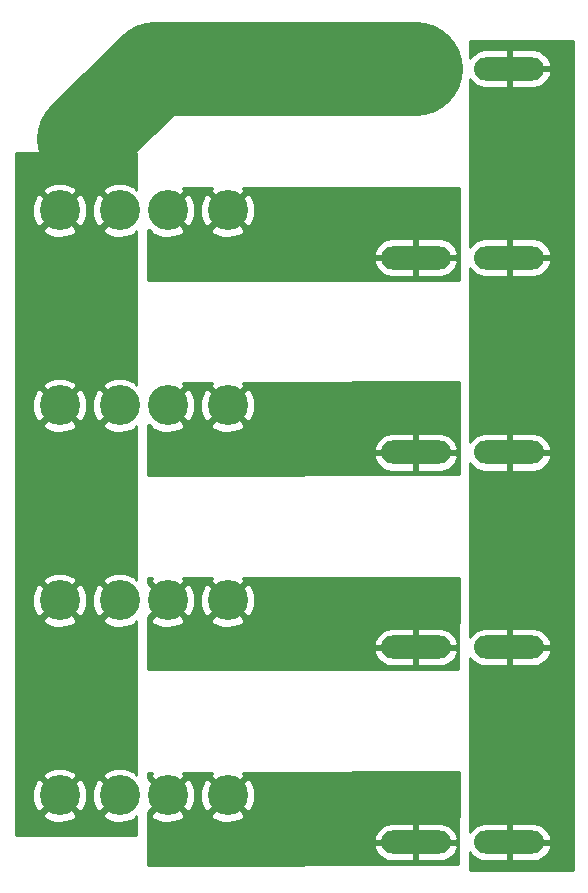
<source format=gbr>
G04 #@! TF.GenerationSoftware,KiCad,Pcbnew,5.1.5-52549c5~84~ubuntu18.04.1*
G04 #@! TF.CreationDate,2020-02-24T22:59:15-07:00*
G04 #@! TF.ProjectId,anderson_fuse_board,616e6465-7273-46f6-9e5f-667573655f62,rev?*
G04 #@! TF.SameCoordinates,Original*
G04 #@! TF.FileFunction,Copper,L2,Bot*
G04 #@! TF.FilePolarity,Positive*
%FSLAX46Y46*%
G04 Gerber Fmt 4.6, Leading zero omitted, Abs format (unit mm)*
G04 Created by KiCad (PCBNEW 5.1.5-52549c5~84~ubuntu18.04.1) date 2020-02-24 22:59:15*
%MOMM*%
%LPD*%
G04 APERTURE LIST*
%ADD10O,5.930000X1.970000*%
%ADD11C,3.400000*%
%ADD12C,8.000000*%
%ADD13C,0.254000*%
G04 APERTURE END LIST*
D10*
X115950000Y-138500000D03*
X108050000Y-138500000D03*
X115950000Y-122000000D03*
X108050000Y-122000000D03*
X115950000Y-105500000D03*
X108050000Y-105500000D03*
X115950000Y-89000000D03*
X108050000Y-89000000D03*
X115950000Y-73000000D03*
X108050000Y-73000000D03*
D11*
X92110000Y-134530000D03*
X77890000Y-134530000D03*
X87030000Y-134530000D03*
X82970000Y-134530000D03*
X92110000Y-118020000D03*
X77890000Y-118020000D03*
X87030000Y-118020000D03*
X82970000Y-118020000D03*
X92110000Y-101510000D03*
X77890000Y-101510000D03*
X87030000Y-101510000D03*
X82970000Y-101510000D03*
X92110000Y-85000000D03*
X77890000Y-85000000D03*
X87030000Y-85000000D03*
X82970000Y-85000000D03*
D12*
X108050000Y-73000000D02*
X86000000Y-73000000D01*
X86000000Y-73000000D02*
X80000000Y-79000000D01*
D13*
G36*
X84373000Y-83270021D02*
G01*
X84244352Y-83029940D01*
X83835526Y-82819180D01*
X83393438Y-82692228D01*
X82935078Y-82653963D01*
X82478060Y-82705854D01*
X82039947Y-82845908D01*
X81695648Y-83029940D01*
X81515582Y-83365977D01*
X82970000Y-84820395D01*
X82984143Y-84806253D01*
X83163748Y-84985858D01*
X83149605Y-85000000D01*
X83163748Y-85014143D01*
X82984143Y-85193748D01*
X82970000Y-85179605D01*
X81515582Y-86634023D01*
X81695648Y-86970060D01*
X82104474Y-87180820D01*
X82546562Y-87307772D01*
X83004922Y-87346037D01*
X83461940Y-87294146D01*
X83900053Y-87154092D01*
X84244352Y-86970060D01*
X84373000Y-86729979D01*
X84373000Y-99780021D01*
X84244352Y-99539940D01*
X83835526Y-99329180D01*
X83393438Y-99202228D01*
X82935078Y-99163963D01*
X82478060Y-99215854D01*
X82039947Y-99355908D01*
X81695648Y-99539940D01*
X81515582Y-99875977D01*
X82970000Y-101330395D01*
X82984143Y-101316253D01*
X83163748Y-101495858D01*
X83149605Y-101510000D01*
X83163748Y-101524143D01*
X82984143Y-101703748D01*
X82970000Y-101689605D01*
X81515582Y-103144023D01*
X81695648Y-103480060D01*
X82104474Y-103690820D01*
X82546562Y-103817772D01*
X83004922Y-103856037D01*
X83461940Y-103804146D01*
X83900053Y-103664092D01*
X84244352Y-103480060D01*
X84373000Y-103239979D01*
X84373000Y-116290021D01*
X84244352Y-116049940D01*
X83835526Y-115839180D01*
X83393438Y-115712228D01*
X82935078Y-115673963D01*
X82478060Y-115725854D01*
X82039947Y-115865908D01*
X81695648Y-116049940D01*
X81515582Y-116385977D01*
X82970000Y-117840395D01*
X82984143Y-117826253D01*
X83163748Y-118005858D01*
X83149605Y-118020000D01*
X83163748Y-118034143D01*
X82984143Y-118213748D01*
X82970000Y-118199605D01*
X81515582Y-119654023D01*
X81695648Y-119990060D01*
X82104474Y-120200820D01*
X82546562Y-120327772D01*
X83004922Y-120366037D01*
X83461940Y-120314146D01*
X83900053Y-120174092D01*
X84244352Y-119990060D01*
X84373000Y-119749979D01*
X84373000Y-132800021D01*
X84244352Y-132559940D01*
X83835526Y-132349180D01*
X83393438Y-132222228D01*
X82935078Y-132183963D01*
X82478060Y-132235854D01*
X82039947Y-132375908D01*
X81695648Y-132559940D01*
X81515582Y-132895977D01*
X82970000Y-134350395D01*
X82984143Y-134336253D01*
X83163748Y-134515858D01*
X83149605Y-134530000D01*
X83163748Y-134544143D01*
X82984143Y-134723748D01*
X82970000Y-134709605D01*
X81515582Y-136164023D01*
X81695648Y-136500060D01*
X82104474Y-136710820D01*
X82546562Y-136837772D01*
X83004922Y-136876037D01*
X83461940Y-136824146D01*
X83900053Y-136684092D01*
X84244352Y-136500060D01*
X84373000Y-136259979D01*
X84373000Y-137873000D01*
X74160000Y-137873000D01*
X74160000Y-136164023D01*
X76435582Y-136164023D01*
X76615648Y-136500060D01*
X77024474Y-136710820D01*
X77466562Y-136837772D01*
X77924922Y-136876037D01*
X78381940Y-136824146D01*
X78820053Y-136684092D01*
X79164352Y-136500060D01*
X79344418Y-136164023D01*
X77890000Y-134709605D01*
X76435582Y-136164023D01*
X74160000Y-136164023D01*
X74160000Y-134564922D01*
X75543963Y-134564922D01*
X75595854Y-135021940D01*
X75735908Y-135460053D01*
X75919940Y-135804352D01*
X76255977Y-135984418D01*
X77710395Y-134530000D01*
X78069605Y-134530000D01*
X79524023Y-135984418D01*
X79860060Y-135804352D01*
X80070820Y-135395526D01*
X80197772Y-134953438D01*
X80230206Y-134564922D01*
X80623963Y-134564922D01*
X80675854Y-135021940D01*
X80815908Y-135460053D01*
X80999940Y-135804352D01*
X81335977Y-135984418D01*
X82790395Y-134530000D01*
X81335977Y-133075582D01*
X80999940Y-133255648D01*
X80789180Y-133664474D01*
X80662228Y-134106562D01*
X80623963Y-134564922D01*
X80230206Y-134564922D01*
X80236037Y-134495078D01*
X80184146Y-134038060D01*
X80044092Y-133599947D01*
X79860060Y-133255648D01*
X79524023Y-133075582D01*
X78069605Y-134530000D01*
X77710395Y-134530000D01*
X76255977Y-133075582D01*
X75919940Y-133255648D01*
X75709180Y-133664474D01*
X75582228Y-134106562D01*
X75543963Y-134564922D01*
X74160000Y-134564922D01*
X74160000Y-132895977D01*
X76435582Y-132895977D01*
X77890000Y-134350395D01*
X79344418Y-132895977D01*
X79164352Y-132559940D01*
X78755526Y-132349180D01*
X78313438Y-132222228D01*
X77855078Y-132183963D01*
X77398060Y-132235854D01*
X76959947Y-132375908D01*
X76615648Y-132559940D01*
X76435582Y-132895977D01*
X74160000Y-132895977D01*
X74160000Y-119654023D01*
X76435582Y-119654023D01*
X76615648Y-119990060D01*
X77024474Y-120200820D01*
X77466562Y-120327772D01*
X77924922Y-120366037D01*
X78381940Y-120314146D01*
X78820053Y-120174092D01*
X79164352Y-119990060D01*
X79344418Y-119654023D01*
X77890000Y-118199605D01*
X76435582Y-119654023D01*
X74160000Y-119654023D01*
X74160000Y-118054922D01*
X75543963Y-118054922D01*
X75595854Y-118511940D01*
X75735908Y-118950053D01*
X75919940Y-119294352D01*
X76255977Y-119474418D01*
X77710395Y-118020000D01*
X78069605Y-118020000D01*
X79524023Y-119474418D01*
X79860060Y-119294352D01*
X80070820Y-118885526D01*
X80197772Y-118443438D01*
X80230206Y-118054922D01*
X80623963Y-118054922D01*
X80675854Y-118511940D01*
X80815908Y-118950053D01*
X80999940Y-119294352D01*
X81335977Y-119474418D01*
X82790395Y-118020000D01*
X81335977Y-116565582D01*
X80999940Y-116745648D01*
X80789180Y-117154474D01*
X80662228Y-117596562D01*
X80623963Y-118054922D01*
X80230206Y-118054922D01*
X80236037Y-117985078D01*
X80184146Y-117528060D01*
X80044092Y-117089947D01*
X79860060Y-116745648D01*
X79524023Y-116565582D01*
X78069605Y-118020000D01*
X77710395Y-118020000D01*
X76255977Y-116565582D01*
X75919940Y-116745648D01*
X75709180Y-117154474D01*
X75582228Y-117596562D01*
X75543963Y-118054922D01*
X74160000Y-118054922D01*
X74160000Y-116385977D01*
X76435582Y-116385977D01*
X77890000Y-117840395D01*
X79344418Y-116385977D01*
X79164352Y-116049940D01*
X78755526Y-115839180D01*
X78313438Y-115712228D01*
X77855078Y-115673963D01*
X77398060Y-115725854D01*
X76959947Y-115865908D01*
X76615648Y-116049940D01*
X76435582Y-116385977D01*
X74160000Y-116385977D01*
X74160000Y-103144023D01*
X76435582Y-103144023D01*
X76615648Y-103480060D01*
X77024474Y-103690820D01*
X77466562Y-103817772D01*
X77924922Y-103856037D01*
X78381940Y-103804146D01*
X78820053Y-103664092D01*
X79164352Y-103480060D01*
X79344418Y-103144023D01*
X77890000Y-101689605D01*
X76435582Y-103144023D01*
X74160000Y-103144023D01*
X74160000Y-101544922D01*
X75543963Y-101544922D01*
X75595854Y-102001940D01*
X75735908Y-102440053D01*
X75919940Y-102784352D01*
X76255977Y-102964418D01*
X77710395Y-101510000D01*
X78069605Y-101510000D01*
X79524023Y-102964418D01*
X79860060Y-102784352D01*
X80070820Y-102375526D01*
X80197772Y-101933438D01*
X80230206Y-101544922D01*
X80623963Y-101544922D01*
X80675854Y-102001940D01*
X80815908Y-102440053D01*
X80999940Y-102784352D01*
X81335977Y-102964418D01*
X82790395Y-101510000D01*
X81335977Y-100055582D01*
X80999940Y-100235648D01*
X80789180Y-100644474D01*
X80662228Y-101086562D01*
X80623963Y-101544922D01*
X80230206Y-101544922D01*
X80236037Y-101475078D01*
X80184146Y-101018060D01*
X80044092Y-100579947D01*
X79860060Y-100235648D01*
X79524023Y-100055582D01*
X78069605Y-101510000D01*
X77710395Y-101510000D01*
X76255977Y-100055582D01*
X75919940Y-100235648D01*
X75709180Y-100644474D01*
X75582228Y-101086562D01*
X75543963Y-101544922D01*
X74160000Y-101544922D01*
X74160000Y-99875977D01*
X76435582Y-99875977D01*
X77890000Y-101330395D01*
X79344418Y-99875977D01*
X79164352Y-99539940D01*
X78755526Y-99329180D01*
X78313438Y-99202228D01*
X77855078Y-99163963D01*
X77398060Y-99215854D01*
X76959947Y-99355908D01*
X76615648Y-99539940D01*
X76435582Y-99875977D01*
X74160000Y-99875977D01*
X74160000Y-86634023D01*
X76435582Y-86634023D01*
X76615648Y-86970060D01*
X77024474Y-87180820D01*
X77466562Y-87307772D01*
X77924922Y-87346037D01*
X78381940Y-87294146D01*
X78820053Y-87154092D01*
X79164352Y-86970060D01*
X79344418Y-86634023D01*
X77890000Y-85179605D01*
X76435582Y-86634023D01*
X74160000Y-86634023D01*
X74160000Y-85034922D01*
X75543963Y-85034922D01*
X75595854Y-85491940D01*
X75735908Y-85930053D01*
X75919940Y-86274352D01*
X76255977Y-86454418D01*
X77710395Y-85000000D01*
X78069605Y-85000000D01*
X79524023Y-86454418D01*
X79860060Y-86274352D01*
X80070820Y-85865526D01*
X80197772Y-85423438D01*
X80230206Y-85034922D01*
X80623963Y-85034922D01*
X80675854Y-85491940D01*
X80815908Y-85930053D01*
X80999940Y-86274352D01*
X81335977Y-86454418D01*
X82790395Y-85000000D01*
X81335977Y-83545582D01*
X80999940Y-83725648D01*
X80789180Y-84134474D01*
X80662228Y-84576562D01*
X80623963Y-85034922D01*
X80230206Y-85034922D01*
X80236037Y-84965078D01*
X80184146Y-84508060D01*
X80044092Y-84069947D01*
X79860060Y-83725648D01*
X79524023Y-83545582D01*
X78069605Y-85000000D01*
X77710395Y-85000000D01*
X76255977Y-83545582D01*
X75919940Y-83725648D01*
X75709180Y-84134474D01*
X75582228Y-84576562D01*
X75543963Y-85034922D01*
X74160000Y-85034922D01*
X74160000Y-83365977D01*
X76435582Y-83365977D01*
X77890000Y-84820395D01*
X79344418Y-83365977D01*
X79164352Y-83029940D01*
X78755526Y-82819180D01*
X78313438Y-82692228D01*
X77855078Y-82653963D01*
X77398060Y-82705854D01*
X76959947Y-82845908D01*
X76615648Y-83029940D01*
X76435582Y-83365977D01*
X74160000Y-83365977D01*
X74160000Y-80127000D01*
X84373000Y-80127000D01*
X84373000Y-83270021D01*
G37*
X84373000Y-83270021D02*
X84244352Y-83029940D01*
X83835526Y-82819180D01*
X83393438Y-82692228D01*
X82935078Y-82653963D01*
X82478060Y-82705854D01*
X82039947Y-82845908D01*
X81695648Y-83029940D01*
X81515582Y-83365977D01*
X82970000Y-84820395D01*
X82984143Y-84806253D01*
X83163748Y-84985858D01*
X83149605Y-85000000D01*
X83163748Y-85014143D01*
X82984143Y-85193748D01*
X82970000Y-85179605D01*
X81515582Y-86634023D01*
X81695648Y-86970060D01*
X82104474Y-87180820D01*
X82546562Y-87307772D01*
X83004922Y-87346037D01*
X83461940Y-87294146D01*
X83900053Y-87154092D01*
X84244352Y-86970060D01*
X84373000Y-86729979D01*
X84373000Y-99780021D01*
X84244352Y-99539940D01*
X83835526Y-99329180D01*
X83393438Y-99202228D01*
X82935078Y-99163963D01*
X82478060Y-99215854D01*
X82039947Y-99355908D01*
X81695648Y-99539940D01*
X81515582Y-99875977D01*
X82970000Y-101330395D01*
X82984143Y-101316253D01*
X83163748Y-101495858D01*
X83149605Y-101510000D01*
X83163748Y-101524143D01*
X82984143Y-101703748D01*
X82970000Y-101689605D01*
X81515582Y-103144023D01*
X81695648Y-103480060D01*
X82104474Y-103690820D01*
X82546562Y-103817772D01*
X83004922Y-103856037D01*
X83461940Y-103804146D01*
X83900053Y-103664092D01*
X84244352Y-103480060D01*
X84373000Y-103239979D01*
X84373000Y-116290021D01*
X84244352Y-116049940D01*
X83835526Y-115839180D01*
X83393438Y-115712228D01*
X82935078Y-115673963D01*
X82478060Y-115725854D01*
X82039947Y-115865908D01*
X81695648Y-116049940D01*
X81515582Y-116385977D01*
X82970000Y-117840395D01*
X82984143Y-117826253D01*
X83163748Y-118005858D01*
X83149605Y-118020000D01*
X83163748Y-118034143D01*
X82984143Y-118213748D01*
X82970000Y-118199605D01*
X81515582Y-119654023D01*
X81695648Y-119990060D01*
X82104474Y-120200820D01*
X82546562Y-120327772D01*
X83004922Y-120366037D01*
X83461940Y-120314146D01*
X83900053Y-120174092D01*
X84244352Y-119990060D01*
X84373000Y-119749979D01*
X84373000Y-132800021D01*
X84244352Y-132559940D01*
X83835526Y-132349180D01*
X83393438Y-132222228D01*
X82935078Y-132183963D01*
X82478060Y-132235854D01*
X82039947Y-132375908D01*
X81695648Y-132559940D01*
X81515582Y-132895977D01*
X82970000Y-134350395D01*
X82984143Y-134336253D01*
X83163748Y-134515858D01*
X83149605Y-134530000D01*
X83163748Y-134544143D01*
X82984143Y-134723748D01*
X82970000Y-134709605D01*
X81515582Y-136164023D01*
X81695648Y-136500060D01*
X82104474Y-136710820D01*
X82546562Y-136837772D01*
X83004922Y-136876037D01*
X83461940Y-136824146D01*
X83900053Y-136684092D01*
X84244352Y-136500060D01*
X84373000Y-136259979D01*
X84373000Y-137873000D01*
X74160000Y-137873000D01*
X74160000Y-136164023D01*
X76435582Y-136164023D01*
X76615648Y-136500060D01*
X77024474Y-136710820D01*
X77466562Y-136837772D01*
X77924922Y-136876037D01*
X78381940Y-136824146D01*
X78820053Y-136684092D01*
X79164352Y-136500060D01*
X79344418Y-136164023D01*
X77890000Y-134709605D01*
X76435582Y-136164023D01*
X74160000Y-136164023D01*
X74160000Y-134564922D01*
X75543963Y-134564922D01*
X75595854Y-135021940D01*
X75735908Y-135460053D01*
X75919940Y-135804352D01*
X76255977Y-135984418D01*
X77710395Y-134530000D01*
X78069605Y-134530000D01*
X79524023Y-135984418D01*
X79860060Y-135804352D01*
X80070820Y-135395526D01*
X80197772Y-134953438D01*
X80230206Y-134564922D01*
X80623963Y-134564922D01*
X80675854Y-135021940D01*
X80815908Y-135460053D01*
X80999940Y-135804352D01*
X81335977Y-135984418D01*
X82790395Y-134530000D01*
X81335977Y-133075582D01*
X80999940Y-133255648D01*
X80789180Y-133664474D01*
X80662228Y-134106562D01*
X80623963Y-134564922D01*
X80230206Y-134564922D01*
X80236037Y-134495078D01*
X80184146Y-134038060D01*
X80044092Y-133599947D01*
X79860060Y-133255648D01*
X79524023Y-133075582D01*
X78069605Y-134530000D01*
X77710395Y-134530000D01*
X76255977Y-133075582D01*
X75919940Y-133255648D01*
X75709180Y-133664474D01*
X75582228Y-134106562D01*
X75543963Y-134564922D01*
X74160000Y-134564922D01*
X74160000Y-132895977D01*
X76435582Y-132895977D01*
X77890000Y-134350395D01*
X79344418Y-132895977D01*
X79164352Y-132559940D01*
X78755526Y-132349180D01*
X78313438Y-132222228D01*
X77855078Y-132183963D01*
X77398060Y-132235854D01*
X76959947Y-132375908D01*
X76615648Y-132559940D01*
X76435582Y-132895977D01*
X74160000Y-132895977D01*
X74160000Y-119654023D01*
X76435582Y-119654023D01*
X76615648Y-119990060D01*
X77024474Y-120200820D01*
X77466562Y-120327772D01*
X77924922Y-120366037D01*
X78381940Y-120314146D01*
X78820053Y-120174092D01*
X79164352Y-119990060D01*
X79344418Y-119654023D01*
X77890000Y-118199605D01*
X76435582Y-119654023D01*
X74160000Y-119654023D01*
X74160000Y-118054922D01*
X75543963Y-118054922D01*
X75595854Y-118511940D01*
X75735908Y-118950053D01*
X75919940Y-119294352D01*
X76255977Y-119474418D01*
X77710395Y-118020000D01*
X78069605Y-118020000D01*
X79524023Y-119474418D01*
X79860060Y-119294352D01*
X80070820Y-118885526D01*
X80197772Y-118443438D01*
X80230206Y-118054922D01*
X80623963Y-118054922D01*
X80675854Y-118511940D01*
X80815908Y-118950053D01*
X80999940Y-119294352D01*
X81335977Y-119474418D01*
X82790395Y-118020000D01*
X81335977Y-116565582D01*
X80999940Y-116745648D01*
X80789180Y-117154474D01*
X80662228Y-117596562D01*
X80623963Y-118054922D01*
X80230206Y-118054922D01*
X80236037Y-117985078D01*
X80184146Y-117528060D01*
X80044092Y-117089947D01*
X79860060Y-116745648D01*
X79524023Y-116565582D01*
X78069605Y-118020000D01*
X77710395Y-118020000D01*
X76255977Y-116565582D01*
X75919940Y-116745648D01*
X75709180Y-117154474D01*
X75582228Y-117596562D01*
X75543963Y-118054922D01*
X74160000Y-118054922D01*
X74160000Y-116385977D01*
X76435582Y-116385977D01*
X77890000Y-117840395D01*
X79344418Y-116385977D01*
X79164352Y-116049940D01*
X78755526Y-115839180D01*
X78313438Y-115712228D01*
X77855078Y-115673963D01*
X77398060Y-115725854D01*
X76959947Y-115865908D01*
X76615648Y-116049940D01*
X76435582Y-116385977D01*
X74160000Y-116385977D01*
X74160000Y-103144023D01*
X76435582Y-103144023D01*
X76615648Y-103480060D01*
X77024474Y-103690820D01*
X77466562Y-103817772D01*
X77924922Y-103856037D01*
X78381940Y-103804146D01*
X78820053Y-103664092D01*
X79164352Y-103480060D01*
X79344418Y-103144023D01*
X77890000Y-101689605D01*
X76435582Y-103144023D01*
X74160000Y-103144023D01*
X74160000Y-101544922D01*
X75543963Y-101544922D01*
X75595854Y-102001940D01*
X75735908Y-102440053D01*
X75919940Y-102784352D01*
X76255977Y-102964418D01*
X77710395Y-101510000D01*
X78069605Y-101510000D01*
X79524023Y-102964418D01*
X79860060Y-102784352D01*
X80070820Y-102375526D01*
X80197772Y-101933438D01*
X80230206Y-101544922D01*
X80623963Y-101544922D01*
X80675854Y-102001940D01*
X80815908Y-102440053D01*
X80999940Y-102784352D01*
X81335977Y-102964418D01*
X82790395Y-101510000D01*
X81335977Y-100055582D01*
X80999940Y-100235648D01*
X80789180Y-100644474D01*
X80662228Y-101086562D01*
X80623963Y-101544922D01*
X80230206Y-101544922D01*
X80236037Y-101475078D01*
X80184146Y-101018060D01*
X80044092Y-100579947D01*
X79860060Y-100235648D01*
X79524023Y-100055582D01*
X78069605Y-101510000D01*
X77710395Y-101510000D01*
X76255977Y-100055582D01*
X75919940Y-100235648D01*
X75709180Y-100644474D01*
X75582228Y-101086562D01*
X75543963Y-101544922D01*
X74160000Y-101544922D01*
X74160000Y-99875977D01*
X76435582Y-99875977D01*
X77890000Y-101330395D01*
X79344418Y-99875977D01*
X79164352Y-99539940D01*
X78755526Y-99329180D01*
X78313438Y-99202228D01*
X77855078Y-99163963D01*
X77398060Y-99215854D01*
X76959947Y-99355908D01*
X76615648Y-99539940D01*
X76435582Y-99875977D01*
X74160000Y-99875977D01*
X74160000Y-86634023D01*
X76435582Y-86634023D01*
X76615648Y-86970060D01*
X77024474Y-87180820D01*
X77466562Y-87307772D01*
X77924922Y-87346037D01*
X78381940Y-87294146D01*
X78820053Y-87154092D01*
X79164352Y-86970060D01*
X79344418Y-86634023D01*
X77890000Y-85179605D01*
X76435582Y-86634023D01*
X74160000Y-86634023D01*
X74160000Y-85034922D01*
X75543963Y-85034922D01*
X75595854Y-85491940D01*
X75735908Y-85930053D01*
X75919940Y-86274352D01*
X76255977Y-86454418D01*
X77710395Y-85000000D01*
X78069605Y-85000000D01*
X79524023Y-86454418D01*
X79860060Y-86274352D01*
X80070820Y-85865526D01*
X80197772Y-85423438D01*
X80230206Y-85034922D01*
X80623963Y-85034922D01*
X80675854Y-85491940D01*
X80815908Y-85930053D01*
X80999940Y-86274352D01*
X81335977Y-86454418D01*
X82790395Y-85000000D01*
X81335977Y-83545582D01*
X80999940Y-83725648D01*
X80789180Y-84134474D01*
X80662228Y-84576562D01*
X80623963Y-85034922D01*
X80230206Y-85034922D01*
X80236037Y-84965078D01*
X80184146Y-84508060D01*
X80044092Y-84069947D01*
X79860060Y-83725648D01*
X79524023Y-83545582D01*
X78069605Y-85000000D01*
X77710395Y-85000000D01*
X76255977Y-83545582D01*
X75919940Y-83725648D01*
X75709180Y-84134474D01*
X75582228Y-84576562D01*
X75543963Y-85034922D01*
X74160000Y-85034922D01*
X74160000Y-83365977D01*
X76435582Y-83365977D01*
X77890000Y-84820395D01*
X79344418Y-83365977D01*
X79164352Y-83029940D01*
X78755526Y-82819180D01*
X78313438Y-82692228D01*
X77855078Y-82653963D01*
X77398060Y-82705854D01*
X76959947Y-82845908D01*
X76615648Y-83029940D01*
X76435582Y-83365977D01*
X74160000Y-83365977D01*
X74160000Y-80127000D01*
X84373000Y-80127000D01*
X84373000Y-83270021D01*
G36*
X90655582Y-83365977D02*
G01*
X92110000Y-84820395D01*
X93564418Y-83365977D01*
X93436362Y-83127000D01*
X111673000Y-83127000D01*
X111673000Y-90873000D01*
X85377000Y-90873000D01*
X85377000Y-89378080D01*
X104494737Y-89378080D01*
X104524714Y-89502614D01*
X104652461Y-89794427D01*
X104834684Y-90055710D01*
X105064379Y-90276423D01*
X105332720Y-90448084D01*
X105629394Y-90564096D01*
X105943000Y-90620000D01*
X107923000Y-90620000D01*
X107923000Y-89127000D01*
X108177000Y-89127000D01*
X108177000Y-90620000D01*
X110157000Y-90620000D01*
X110470606Y-90564096D01*
X110767280Y-90448084D01*
X111035621Y-90276423D01*
X111265316Y-90055710D01*
X111447539Y-89794427D01*
X111575286Y-89502614D01*
X111605263Y-89378080D01*
X111485721Y-89127000D01*
X108177000Y-89127000D01*
X107923000Y-89127000D01*
X104614279Y-89127000D01*
X104494737Y-89378080D01*
X85377000Y-89378080D01*
X85377000Y-88621920D01*
X104494737Y-88621920D01*
X104614279Y-88873000D01*
X107923000Y-88873000D01*
X107923000Y-87380000D01*
X108177000Y-87380000D01*
X108177000Y-88873000D01*
X111485721Y-88873000D01*
X111605263Y-88621920D01*
X111575286Y-88497386D01*
X111447539Y-88205573D01*
X111265316Y-87944290D01*
X111035621Y-87723577D01*
X110767280Y-87551916D01*
X110470606Y-87435904D01*
X110157000Y-87380000D01*
X108177000Y-87380000D01*
X107923000Y-87380000D01*
X105943000Y-87380000D01*
X105629394Y-87435904D01*
X105332720Y-87551916D01*
X105064379Y-87723577D01*
X104834684Y-87944290D01*
X104652461Y-88205573D01*
X104524714Y-88497386D01*
X104494737Y-88621920D01*
X85377000Y-88621920D01*
X85377000Y-86664298D01*
X85461155Y-86748453D01*
X85575583Y-86634025D01*
X85755648Y-86970060D01*
X86164474Y-87180820D01*
X86606562Y-87307772D01*
X87064922Y-87346037D01*
X87521940Y-87294146D01*
X87960053Y-87154092D01*
X88304352Y-86970060D01*
X88484418Y-86634023D01*
X90655582Y-86634023D01*
X90835648Y-86970060D01*
X91244474Y-87180820D01*
X91686562Y-87307772D01*
X92144922Y-87346037D01*
X92601940Y-87294146D01*
X93040053Y-87154092D01*
X93384352Y-86970060D01*
X93564418Y-86634023D01*
X92110000Y-85179605D01*
X90655582Y-86634023D01*
X88484418Y-86634023D01*
X87030000Y-85179605D01*
X87015858Y-85193748D01*
X86836253Y-85014143D01*
X86850395Y-85000000D01*
X87209605Y-85000000D01*
X88664023Y-86454418D01*
X89000060Y-86274352D01*
X89210820Y-85865526D01*
X89337772Y-85423438D01*
X89370206Y-85034922D01*
X89763963Y-85034922D01*
X89815854Y-85491940D01*
X89955908Y-85930053D01*
X90139940Y-86274352D01*
X90475977Y-86454418D01*
X91930395Y-85000000D01*
X92289605Y-85000000D01*
X93744023Y-86454418D01*
X94080060Y-86274352D01*
X94290820Y-85865526D01*
X94417772Y-85423438D01*
X94456037Y-84965078D01*
X94404146Y-84508060D01*
X94264092Y-84069947D01*
X94080060Y-83725648D01*
X93744023Y-83545582D01*
X92289605Y-85000000D01*
X91930395Y-85000000D01*
X90475977Y-83545582D01*
X90139940Y-83725648D01*
X89929180Y-84134474D01*
X89802228Y-84576562D01*
X89763963Y-85034922D01*
X89370206Y-85034922D01*
X89376037Y-84965078D01*
X89324146Y-84508060D01*
X89184092Y-84069947D01*
X89000060Y-83725648D01*
X88664023Y-83545582D01*
X87209605Y-85000000D01*
X86850395Y-85000000D01*
X86836253Y-84985858D01*
X87015858Y-84806253D01*
X87030000Y-84820395D01*
X88484418Y-83365977D01*
X88356362Y-83127000D01*
X90783638Y-83127000D01*
X90655582Y-83365977D01*
G37*
X90655582Y-83365977D02*
X92110000Y-84820395D01*
X93564418Y-83365977D01*
X93436362Y-83127000D01*
X111673000Y-83127000D01*
X111673000Y-90873000D01*
X85377000Y-90873000D01*
X85377000Y-89378080D01*
X104494737Y-89378080D01*
X104524714Y-89502614D01*
X104652461Y-89794427D01*
X104834684Y-90055710D01*
X105064379Y-90276423D01*
X105332720Y-90448084D01*
X105629394Y-90564096D01*
X105943000Y-90620000D01*
X107923000Y-90620000D01*
X107923000Y-89127000D01*
X108177000Y-89127000D01*
X108177000Y-90620000D01*
X110157000Y-90620000D01*
X110470606Y-90564096D01*
X110767280Y-90448084D01*
X111035621Y-90276423D01*
X111265316Y-90055710D01*
X111447539Y-89794427D01*
X111575286Y-89502614D01*
X111605263Y-89378080D01*
X111485721Y-89127000D01*
X108177000Y-89127000D01*
X107923000Y-89127000D01*
X104614279Y-89127000D01*
X104494737Y-89378080D01*
X85377000Y-89378080D01*
X85377000Y-88621920D01*
X104494737Y-88621920D01*
X104614279Y-88873000D01*
X107923000Y-88873000D01*
X107923000Y-87380000D01*
X108177000Y-87380000D01*
X108177000Y-88873000D01*
X111485721Y-88873000D01*
X111605263Y-88621920D01*
X111575286Y-88497386D01*
X111447539Y-88205573D01*
X111265316Y-87944290D01*
X111035621Y-87723577D01*
X110767280Y-87551916D01*
X110470606Y-87435904D01*
X110157000Y-87380000D01*
X108177000Y-87380000D01*
X107923000Y-87380000D01*
X105943000Y-87380000D01*
X105629394Y-87435904D01*
X105332720Y-87551916D01*
X105064379Y-87723577D01*
X104834684Y-87944290D01*
X104652461Y-88205573D01*
X104524714Y-88497386D01*
X104494737Y-88621920D01*
X85377000Y-88621920D01*
X85377000Y-86664298D01*
X85461155Y-86748453D01*
X85575583Y-86634025D01*
X85755648Y-86970060D01*
X86164474Y-87180820D01*
X86606562Y-87307772D01*
X87064922Y-87346037D01*
X87521940Y-87294146D01*
X87960053Y-87154092D01*
X88304352Y-86970060D01*
X88484418Y-86634023D01*
X90655582Y-86634023D01*
X90835648Y-86970060D01*
X91244474Y-87180820D01*
X91686562Y-87307772D01*
X92144922Y-87346037D01*
X92601940Y-87294146D01*
X93040053Y-87154092D01*
X93384352Y-86970060D01*
X93564418Y-86634023D01*
X92110000Y-85179605D01*
X90655582Y-86634023D01*
X88484418Y-86634023D01*
X87030000Y-85179605D01*
X87015858Y-85193748D01*
X86836253Y-85014143D01*
X86850395Y-85000000D01*
X87209605Y-85000000D01*
X88664023Y-86454418D01*
X89000060Y-86274352D01*
X89210820Y-85865526D01*
X89337772Y-85423438D01*
X89370206Y-85034922D01*
X89763963Y-85034922D01*
X89815854Y-85491940D01*
X89955908Y-85930053D01*
X90139940Y-86274352D01*
X90475977Y-86454418D01*
X91930395Y-85000000D01*
X92289605Y-85000000D01*
X93744023Y-86454418D01*
X94080060Y-86274352D01*
X94290820Y-85865526D01*
X94417772Y-85423438D01*
X94456037Y-84965078D01*
X94404146Y-84508060D01*
X94264092Y-84069947D01*
X94080060Y-83725648D01*
X93744023Y-83545582D01*
X92289605Y-85000000D01*
X91930395Y-85000000D01*
X90475977Y-83545582D01*
X90139940Y-83725648D01*
X89929180Y-84134474D01*
X89802228Y-84576562D01*
X89763963Y-85034922D01*
X89370206Y-85034922D01*
X89376037Y-84965078D01*
X89324146Y-84508060D01*
X89184092Y-84069947D01*
X89000060Y-83725648D01*
X88664023Y-83545582D01*
X87209605Y-85000000D01*
X86850395Y-85000000D01*
X86836253Y-84985858D01*
X87015858Y-84806253D01*
X87030000Y-84820395D01*
X88484418Y-83365977D01*
X88356362Y-83127000D01*
X90783638Y-83127000D01*
X90655582Y-83365977D01*
G36*
X121340000Y-140873000D02*
G01*
X112602045Y-140873000D01*
X112602579Y-139366290D01*
X112734684Y-139555710D01*
X112964379Y-139776423D01*
X113232720Y-139948084D01*
X113529394Y-140064096D01*
X113843000Y-140120000D01*
X115823000Y-140120000D01*
X115823000Y-138627000D01*
X116077000Y-138627000D01*
X116077000Y-140120000D01*
X118057000Y-140120000D01*
X118370606Y-140064096D01*
X118667280Y-139948084D01*
X118935621Y-139776423D01*
X119165316Y-139555710D01*
X119347539Y-139294427D01*
X119475286Y-139002614D01*
X119505263Y-138878080D01*
X119385721Y-138627000D01*
X116077000Y-138627000D01*
X115823000Y-138627000D01*
X115803000Y-138627000D01*
X115803000Y-138373000D01*
X115823000Y-138373000D01*
X115823000Y-136880000D01*
X116077000Y-136880000D01*
X116077000Y-138373000D01*
X119385721Y-138373000D01*
X119505263Y-138121920D01*
X119475286Y-137997386D01*
X119347539Y-137705573D01*
X119165316Y-137444290D01*
X118935621Y-137223577D01*
X118667280Y-137051916D01*
X118370606Y-136935904D01*
X118057000Y-136880000D01*
X116077000Y-136880000D01*
X115823000Y-136880000D01*
X113843000Y-136880000D01*
X113529394Y-136935904D01*
X113232720Y-137051916D01*
X112964379Y-137223577D01*
X112734684Y-137444290D01*
X112603194Y-137632829D01*
X112608427Y-122874675D01*
X112734684Y-123055710D01*
X112964379Y-123276423D01*
X113232720Y-123448084D01*
X113529394Y-123564096D01*
X113843000Y-123620000D01*
X115823000Y-123620000D01*
X115823000Y-122127000D01*
X116077000Y-122127000D01*
X116077000Y-123620000D01*
X118057000Y-123620000D01*
X118370606Y-123564096D01*
X118667280Y-123448084D01*
X118935621Y-123276423D01*
X119165316Y-123055710D01*
X119347539Y-122794427D01*
X119475286Y-122502614D01*
X119505263Y-122378080D01*
X119385721Y-122127000D01*
X116077000Y-122127000D01*
X115823000Y-122127000D01*
X115803000Y-122127000D01*
X115803000Y-121873000D01*
X115823000Y-121873000D01*
X115823000Y-120380000D01*
X116077000Y-120380000D01*
X116077000Y-121873000D01*
X119385721Y-121873000D01*
X119505263Y-121621920D01*
X119475286Y-121497386D01*
X119347539Y-121205573D01*
X119165316Y-120944290D01*
X118935621Y-120723577D01*
X118667280Y-120551916D01*
X118370606Y-120435904D01*
X118057000Y-120380000D01*
X116077000Y-120380000D01*
X115823000Y-120380000D01*
X113843000Y-120380000D01*
X113529394Y-120435904D01*
X113232720Y-120551916D01*
X112964379Y-120723577D01*
X112734684Y-120944290D01*
X112609048Y-121124435D01*
X112614276Y-106383061D01*
X112734684Y-106555710D01*
X112964379Y-106776423D01*
X113232720Y-106948084D01*
X113529394Y-107064096D01*
X113843000Y-107120000D01*
X115823000Y-107120000D01*
X115823000Y-105627000D01*
X116077000Y-105627000D01*
X116077000Y-107120000D01*
X118057000Y-107120000D01*
X118370606Y-107064096D01*
X118667280Y-106948084D01*
X118935621Y-106776423D01*
X119165316Y-106555710D01*
X119347539Y-106294427D01*
X119475286Y-106002614D01*
X119505263Y-105878080D01*
X119385721Y-105627000D01*
X116077000Y-105627000D01*
X115823000Y-105627000D01*
X115803000Y-105627000D01*
X115803000Y-105373000D01*
X115823000Y-105373000D01*
X115823000Y-103880000D01*
X116077000Y-103880000D01*
X116077000Y-105373000D01*
X119385721Y-105373000D01*
X119505263Y-105121920D01*
X119475286Y-104997386D01*
X119347539Y-104705573D01*
X119165316Y-104444290D01*
X118935621Y-104223577D01*
X118667280Y-104051916D01*
X118370606Y-103935904D01*
X118057000Y-103880000D01*
X116077000Y-103880000D01*
X115823000Y-103880000D01*
X113843000Y-103880000D01*
X113529394Y-103935904D01*
X113232720Y-104051916D01*
X112964379Y-104223577D01*
X112734684Y-104444290D01*
X112614902Y-104616041D01*
X112620124Y-89891446D01*
X112734684Y-90055710D01*
X112964379Y-90276423D01*
X113232720Y-90448084D01*
X113529394Y-90564096D01*
X113843000Y-90620000D01*
X115823000Y-90620000D01*
X115823000Y-89127000D01*
X116077000Y-89127000D01*
X116077000Y-90620000D01*
X118057000Y-90620000D01*
X118370606Y-90564096D01*
X118667280Y-90448084D01*
X118935621Y-90276423D01*
X119165316Y-90055710D01*
X119347539Y-89794427D01*
X119475286Y-89502614D01*
X119505263Y-89378080D01*
X119385721Y-89127000D01*
X116077000Y-89127000D01*
X115823000Y-89127000D01*
X115803000Y-89127000D01*
X115803000Y-88873000D01*
X115823000Y-88873000D01*
X115823000Y-87380000D01*
X116077000Y-87380000D01*
X116077000Y-88873000D01*
X119385721Y-88873000D01*
X119505263Y-88621920D01*
X119475286Y-88497386D01*
X119347539Y-88205573D01*
X119165316Y-87944290D01*
X118935621Y-87723577D01*
X118667280Y-87551916D01*
X118370606Y-87435904D01*
X118057000Y-87380000D01*
X116077000Y-87380000D01*
X115823000Y-87380000D01*
X113843000Y-87380000D01*
X113529394Y-87435904D01*
X113232720Y-87551916D01*
X112964379Y-87723577D01*
X112734684Y-87944290D01*
X112620756Y-88107647D01*
X112625795Y-73899577D01*
X112734684Y-74055710D01*
X112964379Y-74276423D01*
X113232720Y-74448084D01*
X113529394Y-74564096D01*
X113843000Y-74620000D01*
X115823000Y-74620000D01*
X115823000Y-73127000D01*
X116077000Y-73127000D01*
X116077000Y-74620000D01*
X118057000Y-74620000D01*
X118370606Y-74564096D01*
X118667280Y-74448084D01*
X118935621Y-74276423D01*
X119165316Y-74055710D01*
X119347539Y-73794427D01*
X119475286Y-73502614D01*
X119505263Y-73378080D01*
X119385721Y-73127000D01*
X116077000Y-73127000D01*
X115823000Y-73127000D01*
X115803000Y-73127000D01*
X115803000Y-72873000D01*
X115823000Y-72873000D01*
X115823000Y-71380000D01*
X116077000Y-71380000D01*
X116077000Y-72873000D01*
X119385721Y-72873000D01*
X119505263Y-72621920D01*
X119475286Y-72497386D01*
X119347539Y-72205573D01*
X119165316Y-71944290D01*
X118935621Y-71723577D01*
X118667280Y-71551916D01*
X118370606Y-71435904D01*
X118057000Y-71380000D01*
X116077000Y-71380000D01*
X115823000Y-71380000D01*
X113843000Y-71380000D01*
X113529394Y-71435904D01*
X113232720Y-71551916D01*
X112964379Y-71723577D01*
X112734684Y-71944290D01*
X112626433Y-72099508D01*
X112626955Y-70627000D01*
X121340001Y-70627000D01*
X121340000Y-140873000D01*
G37*
X121340000Y-140873000D02*
X112602045Y-140873000D01*
X112602579Y-139366290D01*
X112734684Y-139555710D01*
X112964379Y-139776423D01*
X113232720Y-139948084D01*
X113529394Y-140064096D01*
X113843000Y-140120000D01*
X115823000Y-140120000D01*
X115823000Y-138627000D01*
X116077000Y-138627000D01*
X116077000Y-140120000D01*
X118057000Y-140120000D01*
X118370606Y-140064096D01*
X118667280Y-139948084D01*
X118935621Y-139776423D01*
X119165316Y-139555710D01*
X119347539Y-139294427D01*
X119475286Y-139002614D01*
X119505263Y-138878080D01*
X119385721Y-138627000D01*
X116077000Y-138627000D01*
X115823000Y-138627000D01*
X115803000Y-138627000D01*
X115803000Y-138373000D01*
X115823000Y-138373000D01*
X115823000Y-136880000D01*
X116077000Y-136880000D01*
X116077000Y-138373000D01*
X119385721Y-138373000D01*
X119505263Y-138121920D01*
X119475286Y-137997386D01*
X119347539Y-137705573D01*
X119165316Y-137444290D01*
X118935621Y-137223577D01*
X118667280Y-137051916D01*
X118370606Y-136935904D01*
X118057000Y-136880000D01*
X116077000Y-136880000D01*
X115823000Y-136880000D01*
X113843000Y-136880000D01*
X113529394Y-136935904D01*
X113232720Y-137051916D01*
X112964379Y-137223577D01*
X112734684Y-137444290D01*
X112603194Y-137632829D01*
X112608427Y-122874675D01*
X112734684Y-123055710D01*
X112964379Y-123276423D01*
X113232720Y-123448084D01*
X113529394Y-123564096D01*
X113843000Y-123620000D01*
X115823000Y-123620000D01*
X115823000Y-122127000D01*
X116077000Y-122127000D01*
X116077000Y-123620000D01*
X118057000Y-123620000D01*
X118370606Y-123564096D01*
X118667280Y-123448084D01*
X118935621Y-123276423D01*
X119165316Y-123055710D01*
X119347539Y-122794427D01*
X119475286Y-122502614D01*
X119505263Y-122378080D01*
X119385721Y-122127000D01*
X116077000Y-122127000D01*
X115823000Y-122127000D01*
X115803000Y-122127000D01*
X115803000Y-121873000D01*
X115823000Y-121873000D01*
X115823000Y-120380000D01*
X116077000Y-120380000D01*
X116077000Y-121873000D01*
X119385721Y-121873000D01*
X119505263Y-121621920D01*
X119475286Y-121497386D01*
X119347539Y-121205573D01*
X119165316Y-120944290D01*
X118935621Y-120723577D01*
X118667280Y-120551916D01*
X118370606Y-120435904D01*
X118057000Y-120380000D01*
X116077000Y-120380000D01*
X115823000Y-120380000D01*
X113843000Y-120380000D01*
X113529394Y-120435904D01*
X113232720Y-120551916D01*
X112964379Y-120723577D01*
X112734684Y-120944290D01*
X112609048Y-121124435D01*
X112614276Y-106383061D01*
X112734684Y-106555710D01*
X112964379Y-106776423D01*
X113232720Y-106948084D01*
X113529394Y-107064096D01*
X113843000Y-107120000D01*
X115823000Y-107120000D01*
X115823000Y-105627000D01*
X116077000Y-105627000D01*
X116077000Y-107120000D01*
X118057000Y-107120000D01*
X118370606Y-107064096D01*
X118667280Y-106948084D01*
X118935621Y-106776423D01*
X119165316Y-106555710D01*
X119347539Y-106294427D01*
X119475286Y-106002614D01*
X119505263Y-105878080D01*
X119385721Y-105627000D01*
X116077000Y-105627000D01*
X115823000Y-105627000D01*
X115803000Y-105627000D01*
X115803000Y-105373000D01*
X115823000Y-105373000D01*
X115823000Y-103880000D01*
X116077000Y-103880000D01*
X116077000Y-105373000D01*
X119385721Y-105373000D01*
X119505263Y-105121920D01*
X119475286Y-104997386D01*
X119347539Y-104705573D01*
X119165316Y-104444290D01*
X118935621Y-104223577D01*
X118667280Y-104051916D01*
X118370606Y-103935904D01*
X118057000Y-103880000D01*
X116077000Y-103880000D01*
X115823000Y-103880000D01*
X113843000Y-103880000D01*
X113529394Y-103935904D01*
X113232720Y-104051916D01*
X112964379Y-104223577D01*
X112734684Y-104444290D01*
X112614902Y-104616041D01*
X112620124Y-89891446D01*
X112734684Y-90055710D01*
X112964379Y-90276423D01*
X113232720Y-90448084D01*
X113529394Y-90564096D01*
X113843000Y-90620000D01*
X115823000Y-90620000D01*
X115823000Y-89127000D01*
X116077000Y-89127000D01*
X116077000Y-90620000D01*
X118057000Y-90620000D01*
X118370606Y-90564096D01*
X118667280Y-90448084D01*
X118935621Y-90276423D01*
X119165316Y-90055710D01*
X119347539Y-89794427D01*
X119475286Y-89502614D01*
X119505263Y-89378080D01*
X119385721Y-89127000D01*
X116077000Y-89127000D01*
X115823000Y-89127000D01*
X115803000Y-89127000D01*
X115803000Y-88873000D01*
X115823000Y-88873000D01*
X115823000Y-87380000D01*
X116077000Y-87380000D01*
X116077000Y-88873000D01*
X119385721Y-88873000D01*
X119505263Y-88621920D01*
X119475286Y-88497386D01*
X119347539Y-88205573D01*
X119165316Y-87944290D01*
X118935621Y-87723577D01*
X118667280Y-87551916D01*
X118370606Y-87435904D01*
X118057000Y-87380000D01*
X116077000Y-87380000D01*
X115823000Y-87380000D01*
X113843000Y-87380000D01*
X113529394Y-87435904D01*
X113232720Y-87551916D01*
X112964379Y-87723577D01*
X112734684Y-87944290D01*
X112620756Y-88107647D01*
X112625795Y-73899577D01*
X112734684Y-74055710D01*
X112964379Y-74276423D01*
X113232720Y-74448084D01*
X113529394Y-74564096D01*
X113843000Y-74620000D01*
X115823000Y-74620000D01*
X115823000Y-73127000D01*
X116077000Y-73127000D01*
X116077000Y-74620000D01*
X118057000Y-74620000D01*
X118370606Y-74564096D01*
X118667280Y-74448084D01*
X118935621Y-74276423D01*
X119165316Y-74055710D01*
X119347539Y-73794427D01*
X119475286Y-73502614D01*
X119505263Y-73378080D01*
X119385721Y-73127000D01*
X116077000Y-73127000D01*
X115823000Y-73127000D01*
X115803000Y-73127000D01*
X115803000Y-72873000D01*
X115823000Y-72873000D01*
X115823000Y-71380000D01*
X116077000Y-71380000D01*
X116077000Y-72873000D01*
X119385721Y-72873000D01*
X119505263Y-72621920D01*
X119475286Y-72497386D01*
X119347539Y-72205573D01*
X119165316Y-71944290D01*
X118935621Y-71723577D01*
X118667280Y-71551916D01*
X118370606Y-71435904D01*
X118057000Y-71380000D01*
X116077000Y-71380000D01*
X115823000Y-71380000D01*
X113843000Y-71380000D01*
X113529394Y-71435904D01*
X113232720Y-71551916D01*
X112964379Y-71723577D01*
X112734684Y-71944290D01*
X112626433Y-72099508D01*
X112626955Y-70627000D01*
X121340001Y-70627000D01*
X121340000Y-140873000D01*
G36*
X111673000Y-107348239D02*
G01*
X85377000Y-107397760D01*
X85377000Y-105878080D01*
X104494737Y-105878080D01*
X104524714Y-106002614D01*
X104652461Y-106294427D01*
X104834684Y-106555710D01*
X105064379Y-106776423D01*
X105332720Y-106948084D01*
X105629394Y-107064096D01*
X105943000Y-107120000D01*
X107923000Y-107120000D01*
X107923000Y-105627000D01*
X108177000Y-105627000D01*
X108177000Y-107120000D01*
X110157000Y-107120000D01*
X110470606Y-107064096D01*
X110767280Y-106948084D01*
X111035621Y-106776423D01*
X111265316Y-106555710D01*
X111447539Y-106294427D01*
X111575286Y-106002614D01*
X111605263Y-105878080D01*
X111485721Y-105627000D01*
X108177000Y-105627000D01*
X107923000Y-105627000D01*
X104614279Y-105627000D01*
X104494737Y-105878080D01*
X85377000Y-105878080D01*
X85377000Y-105121920D01*
X104494737Y-105121920D01*
X104614279Y-105373000D01*
X107923000Y-105373000D01*
X107923000Y-103880000D01*
X108177000Y-103880000D01*
X108177000Y-105373000D01*
X111485721Y-105373000D01*
X111605263Y-105121920D01*
X111575286Y-104997386D01*
X111447539Y-104705573D01*
X111265316Y-104444290D01*
X111035621Y-104223577D01*
X110767280Y-104051916D01*
X110470606Y-103935904D01*
X110157000Y-103880000D01*
X108177000Y-103880000D01*
X107923000Y-103880000D01*
X105943000Y-103880000D01*
X105629394Y-103935904D01*
X105332720Y-104051916D01*
X105064379Y-104223577D01*
X104834684Y-104444290D01*
X104652461Y-104705573D01*
X104524714Y-104997386D01*
X104494737Y-105121920D01*
X85377000Y-105121920D01*
X85377000Y-103174298D01*
X85461155Y-103258453D01*
X85575583Y-103144025D01*
X85755648Y-103480060D01*
X86164474Y-103690820D01*
X86606562Y-103817772D01*
X87064922Y-103856037D01*
X87521940Y-103804146D01*
X87960053Y-103664092D01*
X88304352Y-103480060D01*
X88484418Y-103144023D01*
X90655582Y-103144023D01*
X90835648Y-103480060D01*
X91244474Y-103690820D01*
X91686562Y-103817772D01*
X92144922Y-103856037D01*
X92601940Y-103804146D01*
X93040053Y-103664092D01*
X93384352Y-103480060D01*
X93564418Y-103144023D01*
X92110000Y-101689605D01*
X90655582Y-103144023D01*
X88484418Y-103144023D01*
X87030000Y-101689605D01*
X87015858Y-101703748D01*
X86836253Y-101524143D01*
X86850395Y-101510000D01*
X87209605Y-101510000D01*
X88664023Y-102964418D01*
X89000060Y-102784352D01*
X89210820Y-102375526D01*
X89337772Y-101933438D01*
X89370206Y-101544922D01*
X89763963Y-101544922D01*
X89815854Y-102001940D01*
X89955908Y-102440053D01*
X90139940Y-102784352D01*
X90475977Y-102964418D01*
X91930395Y-101510000D01*
X92289605Y-101510000D01*
X93744023Y-102964418D01*
X94080060Y-102784352D01*
X94290820Y-102375526D01*
X94417772Y-101933438D01*
X94456037Y-101475078D01*
X94404146Y-101018060D01*
X94264092Y-100579947D01*
X94080060Y-100235648D01*
X93744023Y-100055582D01*
X92289605Y-101510000D01*
X91930395Y-101510000D01*
X90475977Y-100055582D01*
X90139940Y-100235648D01*
X89929180Y-100644474D01*
X89802228Y-101086562D01*
X89763963Y-101544922D01*
X89370206Y-101544922D01*
X89376037Y-101475078D01*
X89324146Y-101018060D01*
X89184092Y-100579947D01*
X89000060Y-100235648D01*
X88664023Y-100055582D01*
X87209605Y-101510000D01*
X86850395Y-101510000D01*
X86836253Y-101495858D01*
X87015858Y-101316253D01*
X87030000Y-101330395D01*
X88484418Y-99875977D01*
X88347877Y-99621166D01*
X90794592Y-99616559D01*
X90655582Y-99875977D01*
X92110000Y-101330395D01*
X93564418Y-99875977D01*
X93422756Y-99611609D01*
X111673000Y-99577240D01*
X111673000Y-107348239D01*
G37*
X111673000Y-107348239D02*
X85377000Y-107397760D01*
X85377000Y-105878080D01*
X104494737Y-105878080D01*
X104524714Y-106002614D01*
X104652461Y-106294427D01*
X104834684Y-106555710D01*
X105064379Y-106776423D01*
X105332720Y-106948084D01*
X105629394Y-107064096D01*
X105943000Y-107120000D01*
X107923000Y-107120000D01*
X107923000Y-105627000D01*
X108177000Y-105627000D01*
X108177000Y-107120000D01*
X110157000Y-107120000D01*
X110470606Y-107064096D01*
X110767280Y-106948084D01*
X111035621Y-106776423D01*
X111265316Y-106555710D01*
X111447539Y-106294427D01*
X111575286Y-106002614D01*
X111605263Y-105878080D01*
X111485721Y-105627000D01*
X108177000Y-105627000D01*
X107923000Y-105627000D01*
X104614279Y-105627000D01*
X104494737Y-105878080D01*
X85377000Y-105878080D01*
X85377000Y-105121920D01*
X104494737Y-105121920D01*
X104614279Y-105373000D01*
X107923000Y-105373000D01*
X107923000Y-103880000D01*
X108177000Y-103880000D01*
X108177000Y-105373000D01*
X111485721Y-105373000D01*
X111605263Y-105121920D01*
X111575286Y-104997386D01*
X111447539Y-104705573D01*
X111265316Y-104444290D01*
X111035621Y-104223577D01*
X110767280Y-104051916D01*
X110470606Y-103935904D01*
X110157000Y-103880000D01*
X108177000Y-103880000D01*
X107923000Y-103880000D01*
X105943000Y-103880000D01*
X105629394Y-103935904D01*
X105332720Y-104051916D01*
X105064379Y-104223577D01*
X104834684Y-104444290D01*
X104652461Y-104705573D01*
X104524714Y-104997386D01*
X104494737Y-105121920D01*
X85377000Y-105121920D01*
X85377000Y-103174298D01*
X85461155Y-103258453D01*
X85575583Y-103144025D01*
X85755648Y-103480060D01*
X86164474Y-103690820D01*
X86606562Y-103817772D01*
X87064922Y-103856037D01*
X87521940Y-103804146D01*
X87960053Y-103664092D01*
X88304352Y-103480060D01*
X88484418Y-103144023D01*
X90655582Y-103144023D01*
X90835648Y-103480060D01*
X91244474Y-103690820D01*
X91686562Y-103817772D01*
X92144922Y-103856037D01*
X92601940Y-103804146D01*
X93040053Y-103664092D01*
X93384352Y-103480060D01*
X93564418Y-103144023D01*
X92110000Y-101689605D01*
X90655582Y-103144023D01*
X88484418Y-103144023D01*
X87030000Y-101689605D01*
X87015858Y-101703748D01*
X86836253Y-101524143D01*
X86850395Y-101510000D01*
X87209605Y-101510000D01*
X88664023Y-102964418D01*
X89000060Y-102784352D01*
X89210820Y-102375526D01*
X89337772Y-101933438D01*
X89370206Y-101544922D01*
X89763963Y-101544922D01*
X89815854Y-102001940D01*
X89955908Y-102440053D01*
X90139940Y-102784352D01*
X90475977Y-102964418D01*
X91930395Y-101510000D01*
X92289605Y-101510000D01*
X93744023Y-102964418D01*
X94080060Y-102784352D01*
X94290820Y-102375526D01*
X94417772Y-101933438D01*
X94456037Y-101475078D01*
X94404146Y-101018060D01*
X94264092Y-100579947D01*
X94080060Y-100235648D01*
X93744023Y-100055582D01*
X92289605Y-101510000D01*
X91930395Y-101510000D01*
X90475977Y-100055582D01*
X90139940Y-100235648D01*
X89929180Y-100644474D01*
X89802228Y-101086562D01*
X89763963Y-101544922D01*
X89370206Y-101544922D01*
X89376037Y-101475078D01*
X89324146Y-101018060D01*
X89184092Y-100579947D01*
X89000060Y-100235648D01*
X88664023Y-100055582D01*
X87209605Y-101510000D01*
X86850395Y-101510000D01*
X86836253Y-101495858D01*
X87015858Y-101316253D01*
X87030000Y-101330395D01*
X88484418Y-99875977D01*
X88347877Y-99621166D01*
X90794592Y-99616559D01*
X90655582Y-99875977D01*
X92110000Y-101330395D01*
X93564418Y-99875977D01*
X93422756Y-99611609D01*
X111673000Y-99577240D01*
X111673000Y-107348239D01*
G36*
X85575582Y-116385977D02*
G01*
X87030000Y-117840395D01*
X88484418Y-116385977D01*
X88345645Y-116127000D01*
X90794355Y-116127000D01*
X90655582Y-116385977D01*
X92110000Y-117840395D01*
X93564418Y-116385977D01*
X93425645Y-116127000D01*
X111672665Y-116127000D01*
X111652301Y-123873000D01*
X85348367Y-123873000D01*
X85352296Y-122378080D01*
X104494737Y-122378080D01*
X104524714Y-122502614D01*
X104652461Y-122794427D01*
X104834684Y-123055710D01*
X105064379Y-123276423D01*
X105332720Y-123448084D01*
X105629394Y-123564096D01*
X105943000Y-123620000D01*
X107923000Y-123620000D01*
X107923000Y-122127000D01*
X108177000Y-122127000D01*
X108177000Y-123620000D01*
X110157000Y-123620000D01*
X110470606Y-123564096D01*
X110767280Y-123448084D01*
X111035621Y-123276423D01*
X111265316Y-123055710D01*
X111447539Y-122794427D01*
X111575286Y-122502614D01*
X111605263Y-122378080D01*
X111485721Y-122127000D01*
X108177000Y-122127000D01*
X107923000Y-122127000D01*
X104614279Y-122127000D01*
X104494737Y-122378080D01*
X85352296Y-122378080D01*
X85354284Y-121621920D01*
X104494737Y-121621920D01*
X104614279Y-121873000D01*
X107923000Y-121873000D01*
X107923000Y-120380000D01*
X108177000Y-120380000D01*
X108177000Y-121873000D01*
X111485721Y-121873000D01*
X111605263Y-121621920D01*
X111575286Y-121497386D01*
X111447539Y-121205573D01*
X111265316Y-120944290D01*
X111035621Y-120723577D01*
X110767280Y-120551916D01*
X110470606Y-120435904D01*
X110157000Y-120380000D01*
X108177000Y-120380000D01*
X107923000Y-120380000D01*
X105943000Y-120380000D01*
X105629394Y-120435904D01*
X105332720Y-120551916D01*
X105064379Y-120723577D01*
X104834684Y-120944290D01*
X104652461Y-121205573D01*
X104524714Y-121497386D01*
X104494737Y-121621920D01*
X85354284Y-121621920D01*
X85359458Y-119654023D01*
X85575582Y-119654023D01*
X85755648Y-119990060D01*
X86164474Y-120200820D01*
X86606562Y-120327772D01*
X87064922Y-120366037D01*
X87521940Y-120314146D01*
X87960053Y-120174092D01*
X88304352Y-119990060D01*
X88484418Y-119654023D01*
X90655582Y-119654023D01*
X90835648Y-119990060D01*
X91244474Y-120200820D01*
X91686562Y-120327772D01*
X92144922Y-120366037D01*
X92601940Y-120314146D01*
X93040053Y-120174092D01*
X93384352Y-119990060D01*
X93564418Y-119654023D01*
X92110000Y-118199605D01*
X90655582Y-119654023D01*
X88484418Y-119654023D01*
X87030000Y-118199605D01*
X85575582Y-119654023D01*
X85359458Y-119654023D01*
X85359981Y-119455130D01*
X85395977Y-119474418D01*
X86850395Y-118020000D01*
X87209605Y-118020000D01*
X88664023Y-119474418D01*
X89000060Y-119294352D01*
X89210820Y-118885526D01*
X89337772Y-118443438D01*
X89370206Y-118054922D01*
X89763963Y-118054922D01*
X89815854Y-118511940D01*
X89955908Y-118950053D01*
X90139940Y-119294352D01*
X90475977Y-119474418D01*
X91930395Y-118020000D01*
X92289605Y-118020000D01*
X93744023Y-119474418D01*
X94080060Y-119294352D01*
X94290820Y-118885526D01*
X94417772Y-118443438D01*
X94456037Y-117985078D01*
X94404146Y-117528060D01*
X94264092Y-117089947D01*
X94080060Y-116745648D01*
X93744023Y-116565582D01*
X92289605Y-118020000D01*
X91930395Y-118020000D01*
X90475977Y-116565582D01*
X90139940Y-116745648D01*
X89929180Y-117154474D01*
X89802228Y-117596562D01*
X89763963Y-118054922D01*
X89370206Y-118054922D01*
X89376037Y-117985078D01*
X89324146Y-117528060D01*
X89184092Y-117089947D01*
X89000060Y-116745648D01*
X88664023Y-116565582D01*
X87209605Y-118020000D01*
X86850395Y-118020000D01*
X85395977Y-116565582D01*
X85367538Y-116580821D01*
X85368731Y-116127000D01*
X85714355Y-116127000D01*
X85575582Y-116385977D01*
G37*
X85575582Y-116385977D02*
X87030000Y-117840395D01*
X88484418Y-116385977D01*
X88345645Y-116127000D01*
X90794355Y-116127000D01*
X90655582Y-116385977D01*
X92110000Y-117840395D01*
X93564418Y-116385977D01*
X93425645Y-116127000D01*
X111672665Y-116127000D01*
X111652301Y-123873000D01*
X85348367Y-123873000D01*
X85352296Y-122378080D01*
X104494737Y-122378080D01*
X104524714Y-122502614D01*
X104652461Y-122794427D01*
X104834684Y-123055710D01*
X105064379Y-123276423D01*
X105332720Y-123448084D01*
X105629394Y-123564096D01*
X105943000Y-123620000D01*
X107923000Y-123620000D01*
X107923000Y-122127000D01*
X108177000Y-122127000D01*
X108177000Y-123620000D01*
X110157000Y-123620000D01*
X110470606Y-123564096D01*
X110767280Y-123448084D01*
X111035621Y-123276423D01*
X111265316Y-123055710D01*
X111447539Y-122794427D01*
X111575286Y-122502614D01*
X111605263Y-122378080D01*
X111485721Y-122127000D01*
X108177000Y-122127000D01*
X107923000Y-122127000D01*
X104614279Y-122127000D01*
X104494737Y-122378080D01*
X85352296Y-122378080D01*
X85354284Y-121621920D01*
X104494737Y-121621920D01*
X104614279Y-121873000D01*
X107923000Y-121873000D01*
X107923000Y-120380000D01*
X108177000Y-120380000D01*
X108177000Y-121873000D01*
X111485721Y-121873000D01*
X111605263Y-121621920D01*
X111575286Y-121497386D01*
X111447539Y-121205573D01*
X111265316Y-120944290D01*
X111035621Y-120723577D01*
X110767280Y-120551916D01*
X110470606Y-120435904D01*
X110157000Y-120380000D01*
X108177000Y-120380000D01*
X107923000Y-120380000D01*
X105943000Y-120380000D01*
X105629394Y-120435904D01*
X105332720Y-120551916D01*
X105064379Y-120723577D01*
X104834684Y-120944290D01*
X104652461Y-121205573D01*
X104524714Y-121497386D01*
X104494737Y-121621920D01*
X85354284Y-121621920D01*
X85359458Y-119654023D01*
X85575582Y-119654023D01*
X85755648Y-119990060D01*
X86164474Y-120200820D01*
X86606562Y-120327772D01*
X87064922Y-120366037D01*
X87521940Y-120314146D01*
X87960053Y-120174092D01*
X88304352Y-119990060D01*
X88484418Y-119654023D01*
X90655582Y-119654023D01*
X90835648Y-119990060D01*
X91244474Y-120200820D01*
X91686562Y-120327772D01*
X92144922Y-120366037D01*
X92601940Y-120314146D01*
X93040053Y-120174092D01*
X93384352Y-119990060D01*
X93564418Y-119654023D01*
X92110000Y-118199605D01*
X90655582Y-119654023D01*
X88484418Y-119654023D01*
X87030000Y-118199605D01*
X85575582Y-119654023D01*
X85359458Y-119654023D01*
X85359981Y-119455130D01*
X85395977Y-119474418D01*
X86850395Y-118020000D01*
X87209605Y-118020000D01*
X88664023Y-119474418D01*
X89000060Y-119294352D01*
X89210820Y-118885526D01*
X89337772Y-118443438D01*
X89370206Y-118054922D01*
X89763963Y-118054922D01*
X89815854Y-118511940D01*
X89955908Y-118950053D01*
X90139940Y-119294352D01*
X90475977Y-119474418D01*
X91930395Y-118020000D01*
X92289605Y-118020000D01*
X93744023Y-119474418D01*
X94080060Y-119294352D01*
X94290820Y-118885526D01*
X94417772Y-118443438D01*
X94456037Y-117985078D01*
X94404146Y-117528060D01*
X94264092Y-117089947D01*
X94080060Y-116745648D01*
X93744023Y-116565582D01*
X92289605Y-118020000D01*
X91930395Y-118020000D01*
X90475977Y-116565582D01*
X90139940Y-116745648D01*
X89929180Y-117154474D01*
X89802228Y-117596562D01*
X89763963Y-118054922D01*
X89370206Y-118054922D01*
X89376037Y-117985078D01*
X89324146Y-117528060D01*
X89184092Y-117089947D01*
X89000060Y-116745648D01*
X88664023Y-116565582D01*
X87209605Y-118020000D01*
X86850395Y-118020000D01*
X85395977Y-116565582D01*
X85367538Y-116580821D01*
X85368731Y-116127000D01*
X85714355Y-116127000D01*
X85575582Y-116385977D01*
G36*
X111652299Y-140348238D02*
G01*
X85348366Y-140397760D01*
X85352348Y-138878080D01*
X104494737Y-138878080D01*
X104524714Y-139002614D01*
X104652461Y-139294427D01*
X104834684Y-139555710D01*
X105064379Y-139776423D01*
X105332720Y-139948084D01*
X105629394Y-140064096D01*
X105943000Y-140120000D01*
X107923000Y-140120000D01*
X107923000Y-138627000D01*
X108177000Y-138627000D01*
X108177000Y-140120000D01*
X110157000Y-140120000D01*
X110470606Y-140064096D01*
X110767280Y-139948084D01*
X111035621Y-139776423D01*
X111265316Y-139555710D01*
X111447539Y-139294427D01*
X111575286Y-139002614D01*
X111605263Y-138878080D01*
X111485721Y-138627000D01*
X108177000Y-138627000D01*
X107923000Y-138627000D01*
X104614279Y-138627000D01*
X104494737Y-138878080D01*
X85352348Y-138878080D01*
X85354329Y-138121920D01*
X104494737Y-138121920D01*
X104614279Y-138373000D01*
X107923000Y-138373000D01*
X107923000Y-136880000D01*
X108177000Y-136880000D01*
X108177000Y-138373000D01*
X111485721Y-138373000D01*
X111605263Y-138121920D01*
X111575286Y-137997386D01*
X111447539Y-137705573D01*
X111265316Y-137444290D01*
X111035621Y-137223577D01*
X110767280Y-137051916D01*
X110470606Y-136935904D01*
X110157000Y-136880000D01*
X108177000Y-136880000D01*
X107923000Y-136880000D01*
X105943000Y-136880000D01*
X105629394Y-136935904D01*
X105332720Y-137051916D01*
X105064379Y-137223577D01*
X104834684Y-137444290D01*
X104652461Y-137705573D01*
X104524714Y-137997386D01*
X104494737Y-138121920D01*
X85354329Y-138121920D01*
X85359461Y-136164023D01*
X85575582Y-136164023D01*
X85755648Y-136500060D01*
X86164474Y-136710820D01*
X86606562Y-136837772D01*
X87064922Y-136876037D01*
X87521940Y-136824146D01*
X87960053Y-136684092D01*
X88304352Y-136500060D01*
X88484418Y-136164023D01*
X90655582Y-136164023D01*
X90835648Y-136500060D01*
X91244474Y-136710820D01*
X91686562Y-136837772D01*
X92144922Y-136876037D01*
X92601940Y-136824146D01*
X93040053Y-136684092D01*
X93384352Y-136500060D01*
X93564418Y-136164023D01*
X92110000Y-134709605D01*
X90655582Y-136164023D01*
X88484418Y-136164023D01*
X87030000Y-134709605D01*
X85575582Y-136164023D01*
X85359461Y-136164023D01*
X85359983Y-135965131D01*
X85395977Y-135984418D01*
X86850395Y-134530000D01*
X87209605Y-134530000D01*
X88664023Y-135984418D01*
X89000060Y-135804352D01*
X89210820Y-135395526D01*
X89337772Y-134953438D01*
X89370206Y-134564922D01*
X89763963Y-134564922D01*
X89815854Y-135021940D01*
X89955908Y-135460053D01*
X90139940Y-135804352D01*
X90475977Y-135984418D01*
X91930395Y-134530000D01*
X92289605Y-134530000D01*
X93744023Y-135984418D01*
X94080060Y-135804352D01*
X94290820Y-135395526D01*
X94417772Y-134953438D01*
X94456037Y-134495078D01*
X94404146Y-134038060D01*
X94264092Y-133599947D01*
X94080060Y-133255648D01*
X93744023Y-133075582D01*
X92289605Y-134530000D01*
X91930395Y-134530000D01*
X90475977Y-133075582D01*
X90139940Y-133255648D01*
X89929180Y-133664474D01*
X89802228Y-134106562D01*
X89763963Y-134564922D01*
X89370206Y-134564922D01*
X89376037Y-134495078D01*
X89324146Y-134038060D01*
X89184092Y-133599947D01*
X89000060Y-133255648D01*
X88664023Y-133075582D01*
X87209605Y-134530000D01*
X86850395Y-134530000D01*
X85395977Y-133075582D01*
X85367517Y-133090832D01*
X85368733Y-132626762D01*
X85720196Y-132626100D01*
X85575582Y-132895977D01*
X87030000Y-134350395D01*
X88484418Y-132895977D01*
X88337164Y-132621173D01*
X90805326Y-132616527D01*
X90655582Y-132895977D01*
X92110000Y-134350395D01*
X93564418Y-132895977D01*
X93412044Y-132611619D01*
X111672666Y-132577240D01*
X111652299Y-140348238D01*
G37*
X111652299Y-140348238D02*
X85348366Y-140397760D01*
X85352348Y-138878080D01*
X104494737Y-138878080D01*
X104524714Y-139002614D01*
X104652461Y-139294427D01*
X104834684Y-139555710D01*
X105064379Y-139776423D01*
X105332720Y-139948084D01*
X105629394Y-140064096D01*
X105943000Y-140120000D01*
X107923000Y-140120000D01*
X107923000Y-138627000D01*
X108177000Y-138627000D01*
X108177000Y-140120000D01*
X110157000Y-140120000D01*
X110470606Y-140064096D01*
X110767280Y-139948084D01*
X111035621Y-139776423D01*
X111265316Y-139555710D01*
X111447539Y-139294427D01*
X111575286Y-139002614D01*
X111605263Y-138878080D01*
X111485721Y-138627000D01*
X108177000Y-138627000D01*
X107923000Y-138627000D01*
X104614279Y-138627000D01*
X104494737Y-138878080D01*
X85352348Y-138878080D01*
X85354329Y-138121920D01*
X104494737Y-138121920D01*
X104614279Y-138373000D01*
X107923000Y-138373000D01*
X107923000Y-136880000D01*
X108177000Y-136880000D01*
X108177000Y-138373000D01*
X111485721Y-138373000D01*
X111605263Y-138121920D01*
X111575286Y-137997386D01*
X111447539Y-137705573D01*
X111265316Y-137444290D01*
X111035621Y-137223577D01*
X110767280Y-137051916D01*
X110470606Y-136935904D01*
X110157000Y-136880000D01*
X108177000Y-136880000D01*
X107923000Y-136880000D01*
X105943000Y-136880000D01*
X105629394Y-136935904D01*
X105332720Y-137051916D01*
X105064379Y-137223577D01*
X104834684Y-137444290D01*
X104652461Y-137705573D01*
X104524714Y-137997386D01*
X104494737Y-138121920D01*
X85354329Y-138121920D01*
X85359461Y-136164023D01*
X85575582Y-136164023D01*
X85755648Y-136500060D01*
X86164474Y-136710820D01*
X86606562Y-136837772D01*
X87064922Y-136876037D01*
X87521940Y-136824146D01*
X87960053Y-136684092D01*
X88304352Y-136500060D01*
X88484418Y-136164023D01*
X90655582Y-136164023D01*
X90835648Y-136500060D01*
X91244474Y-136710820D01*
X91686562Y-136837772D01*
X92144922Y-136876037D01*
X92601940Y-136824146D01*
X93040053Y-136684092D01*
X93384352Y-136500060D01*
X93564418Y-136164023D01*
X92110000Y-134709605D01*
X90655582Y-136164023D01*
X88484418Y-136164023D01*
X87030000Y-134709605D01*
X85575582Y-136164023D01*
X85359461Y-136164023D01*
X85359983Y-135965131D01*
X85395977Y-135984418D01*
X86850395Y-134530000D01*
X87209605Y-134530000D01*
X88664023Y-135984418D01*
X89000060Y-135804352D01*
X89210820Y-135395526D01*
X89337772Y-134953438D01*
X89370206Y-134564922D01*
X89763963Y-134564922D01*
X89815854Y-135021940D01*
X89955908Y-135460053D01*
X90139940Y-135804352D01*
X90475977Y-135984418D01*
X91930395Y-134530000D01*
X92289605Y-134530000D01*
X93744023Y-135984418D01*
X94080060Y-135804352D01*
X94290820Y-135395526D01*
X94417772Y-134953438D01*
X94456037Y-134495078D01*
X94404146Y-134038060D01*
X94264092Y-133599947D01*
X94080060Y-133255648D01*
X93744023Y-133075582D01*
X92289605Y-134530000D01*
X91930395Y-134530000D01*
X90475977Y-133075582D01*
X90139940Y-133255648D01*
X89929180Y-133664474D01*
X89802228Y-134106562D01*
X89763963Y-134564922D01*
X89370206Y-134564922D01*
X89376037Y-134495078D01*
X89324146Y-134038060D01*
X89184092Y-133599947D01*
X89000060Y-133255648D01*
X88664023Y-133075582D01*
X87209605Y-134530000D01*
X86850395Y-134530000D01*
X85395977Y-133075582D01*
X85367517Y-133090832D01*
X85368733Y-132626762D01*
X85720196Y-132626100D01*
X85575582Y-132895977D01*
X87030000Y-134350395D01*
X88484418Y-132895977D01*
X88337164Y-132621173D01*
X90805326Y-132616527D01*
X90655582Y-132895977D01*
X92110000Y-134350395D01*
X93564418Y-132895977D01*
X93412044Y-132611619D01*
X111672666Y-132577240D01*
X111652299Y-140348238D01*
M02*

</source>
